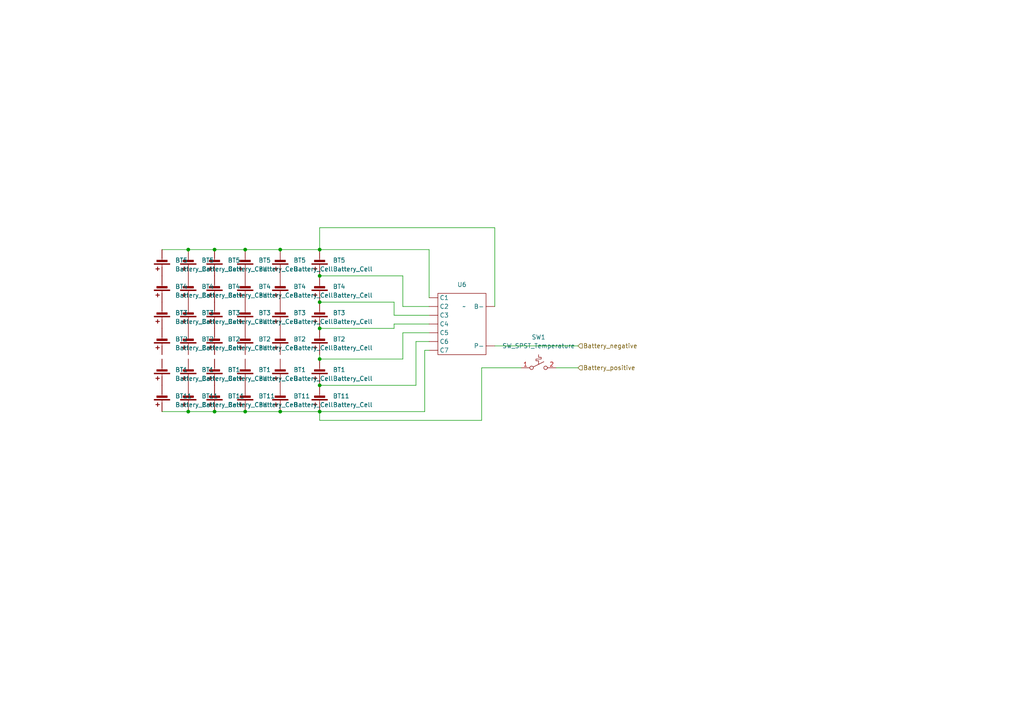
<source format=kicad_sch>
(kicad_sch (version 20230121) (generator eeschema)
  (paper "A4")
  (lib_symbols
    (symbol "BMS_5S_1"
      (property "Reference" "U5" (at -3.175 8.89 0))
      (property "Value" "~" (at -2.54 2.54 0))
      (symbol "BMS_5S_1_0_1"
        (rectangle (start -10.16 6.35) (end 3.81 -11.43))
      )
      (symbol "BMS_5S_1_1_1"
        (pin output line (at 6.35 2.54 180) (length 2.54) (name "B-") (number ""))
        (pin input line (at -12.7 5.08 0) (length 2.54) (name "C1") (number ""))
        (pin input line (at -12.7 2.54 0) (length 2.54) (name "C2") (number ""))
        (pin input line (at -12.7 0 0) (length 2.54) (name "C3") (number ""))
        (pin input line (at -12.7 -2.54 0) (length 2.54) (name "C4") (number ""))
        (pin input line (at -12.7 -5.08 0) (length 2.54) (name "C5") (number ""))
        (pin input line (at -12.7 -7.62 0) (length 2.54) (name "C6") (number ""))
        (pin input line (at -12.7 -10.16 0) (length 2.54) (name "C7") (number ""))
        (pin output line (at 6.35 -8.89 180) (length 2.54) (name "P-") (number ""))
      )
    )
    (symbol "Device:Battery_Cell" (pin_numbers hide) (pin_names (offset 0) hide)
      (property "Reference" "BT" (at 2.54 2.54 0))
      (property "Value" "Battery_Cell" (at 2.54 0 0))
      (symbol "Battery_Cell_0_1"
        (rectangle (start -2.286 1.778) (end 2.286 1.524) (fill (type outline)))
        (rectangle (start -1.524 1.016) (end 1.524 0.508) (fill (type outline)))
        (polyline (pts (xy 0 0.762) (xy 0 0)))
        (polyline (pts (xy 0 1.778) (xy 0 2.54)))
        (polyline (pts (xy 0.762 3.048) (xy 1.778 3.048)) (stroke (width 0.254)))
        (polyline (pts (xy 1.27 3.556) (xy 1.27 2.54)) (stroke (width 0.254)))
      )
      (symbol "Battery_Cell_1_1"
        (pin passive line (at 0 5.08 270) (length 2.54) (name "+") (number "1"))
        (pin passive line (at 0 -2.54 90) (length 2.54) (name "-") (number "2"))
      )
    )
    (symbol "Switch:SW_SPST_Temperature" (pin_names (offset 0) hide)
      (property "Reference" "SW" (at 1.778 3.048 0))
      (property "Value" "SW_SPST_Temperature" (at 0 -2.54 0))
      (symbol "SW_SPST_Temperature_0_0"
        (circle (center -2.032 0) (radius 0.508))
        (polyline (pts (xy -1.524 0.254) (xy 1.524 1.778)))
        (polyline (pts (xy 0 1.016) (xy 0 2.032) (xy -0.762 2.032) (xy -0.762 2.54) (xy 0.762 2.54) (xy 0.762 3.048) (xy 0 3.048) (xy 0 3.81)))
        (circle (center 2.032 0) (radius 0.508))
      )
      (symbol "SW_SPST_Temperature_1_1"
        (pin passive line (at -5.08 0 0) (length 2.54) (name "A") (number "1"))
        (pin passive line (at 5.08 0 180) (length 2.54) (name "B") (number "2"))
      )
    )
  )
  (junction (at 54.61 72.39))
  (junction (at 92.71 95.25))
  (junction (at 81.28 72.39))
  (junction (at 54.61 119.38))
  (junction (at 92.71 119.38))
  (junction (at 62.23 119.38))
  (junction (at 92.71 111.76))
  (junction (at 92.71 72.39))
  (junction (at 92.71 104.14))
  (junction (at 92.71 80.01))
  (junction (at 81.28 119.38))
  (junction (at 92.71 87.63))
  (junction (at 71.12 72.39))
  (junction (at 71.12 119.38))
  (junction (at 62.23 72.39))
  (wire (pts (xy 120.65 99.06) (xy 124.46 99.06)))
  (wire (pts (xy 123.19 119.38) (xy 123.19 101.6)))
  (wire (pts (xy 92.71 121.92) (xy 139.7 121.92)))
  (wire (pts (xy 114.3 95.25) (xy 92.71 95.25)))
  (wire (pts (xy 92.71 72.39) (xy 124.46 72.39)))
  (wire (pts (xy 123.19 101.6) (xy 124.46 101.6)))
  (wire (pts (xy 92.71 119.38) (xy 92.71 121.92)))
  (wire (pts (xy 92.71 104.14) (xy 92.71 102.87)))
  (wire (pts (xy 46.99 72.39) (xy 54.61 72.39)))
  (wire (pts (xy 71.12 119.38) (xy 81.28 119.38)))
  (wire (pts (xy 114.3 93.98) (xy 124.46 93.98)))
  (wire (pts (xy 92.71 104.14) (xy 116.84 104.14)))
  (wire (pts (xy 124.46 72.39) (xy 124.46 86.36)))
  (wire (pts (xy 114.3 87.63) (xy 114.3 91.44)))
  (wire (pts (xy 54.61 119.38) (xy 62.23 119.38)))
  (wire (pts (xy 114.3 91.44) (xy 124.46 91.44)))
  (wire (pts (xy 92.71 87.63) (xy 114.3 87.63)))
  (wire (pts (xy 81.28 72.39) (xy 92.71 72.39)))
  (wire (pts (xy 116.84 104.14) (xy 116.84 96.52)))
  (wire (pts (xy 92.71 119.38) (xy 123.19 119.38)))
  (wire (pts (xy 143.51 66.04) (xy 92.71 66.04)))
  (wire (pts (xy 62.23 119.38) (xy 71.12 119.38)))
  (wire (pts (xy 167.64 100.33) (xy 143.51 100.33)))
  (wire (pts (xy 92.71 111.76) (xy 120.65 111.76)))
  (wire (pts (xy 139.7 106.68) (xy 151.13 106.68)))
  (wire (pts (xy 161.29 106.68) (xy 167.64 106.68)))
  (wire (pts (xy 71.12 72.39) (xy 81.28 72.39)))
  (wire (pts (xy 92.71 80.01) (xy 116.84 80.01)))
  (wire (pts (xy 120.65 111.76) (xy 120.65 99.06)))
  (wire (pts (xy 62.23 72.39) (xy 71.12 72.39)))
  (wire (pts (xy 46.99 119.38) (xy 54.61 119.38)))
  (wire (pts (xy 92.71 66.04) (xy 92.71 72.39)))
  (wire (pts (xy 116.84 88.9) (xy 116.84 80.01)))
  (wire (pts (xy 116.84 88.9) (xy 124.46 88.9)))
  (wire (pts (xy 81.28 119.38) (xy 92.71 119.38)))
  (wire (pts (xy 139.7 121.92) (xy 139.7 106.68)))
  (wire (pts (xy 143.51 88.9) (xy 143.51 66.04)))
  (wire (pts (xy 116.84 96.52) (xy 124.46 96.52)))
  (wire (pts (xy 114.3 95.25) (xy 114.3 93.98)))
  (wire (pts (xy 54.61 72.39) (xy 62.23 72.39)))
  (hierarchical_label "Battery_positive" (shape input) (at 167.64 106.68 0))
  (hierarchical_label "Battery_negative" (shape input) (at 167.64 100.33 0))
  (symbol (lib_id "Device:Battery_Cell") (at 62.23 82.55 180) (unit 1)
    (property "Reference" "BT4" (at 66.04 83.1215 0) (effects (justify right)))
    (property "Value" "Battery_Cell" (at 66.04 85.6615 0) (effects (justify right)))
    (instances (project "aft2" (path "" (reference "BT4") (unit 1))) (project "MRS_Strathvoyager_2" (path "" (reference "BT4") (unit 1)) (path "" (reference "BT7") (unit 1))) (project "Onebox_solution" (path "" (reference "BT20") (unit 1))))
  )
  (symbol (lib_id "Device:Battery_Cell") (at 54.61 114.3 180) (unit 1)
    (property "Reference" "BT11" (at 58.42 114.8715 0) (effects (justify right)))
    (property "Value" "Battery_Cell" (at 58.42 117.4115 0) (effects (justify right)))
    (instances (project "aft2" (path "" (reference "BT11") (unit 1))) (project "MRS_Strathvoyager_2" (path "" (reference "BT11") (unit 1)) (path "" (reference "BT10") (unit 1))) (project "Onebox_solution" (path "" (reference "BT30") (unit 1))))
  )
  (symbol (lib_id "Device:Battery_Cell") (at 62.23 114.3 180) (unit 1)
    (property "Reference" "BT11" (at 66.04 114.8715 0) (effects (justify right)))
    (property "Value" "Battery_Cell" (at 66.04 117.4115 0) (effects (justify right)))
    (instances (project "aft2" (path "" (reference "BT11") (unit 1))) (project "MRS_Strathvoyager_2" (path "" (reference "BT11") (unit 1)) (path "" (reference "BT10") (unit 1))) (project "Onebox_solution" (path "" (reference "BT24") (unit 1))))
  )
  (symbol (lib_id "Device:Battery_Cell") (at 92.71 90.17 180) (unit 1)
    (property "Reference" "BT3" (at 96.52 90.7415 0) (effects (justify right)))
    (property "Value" "Battery_Cell" (at 96.52 93.2815 0) (effects (justify right)))
    (instances (project "aft2" (path "" (reference "BT3") (unit 1))) (project "MRS_Strathvoyager_2" (path "" (reference "BT3") (unit 1)) (path "" (reference "BT8") (unit 1))) (project "Onebox_solution" (path "" (reference "BT3") (unit 1))))
  )
  (symbol (lib_id "Device:Battery_Cell") (at 92.71 74.93 180) (unit 1)
    (property "Reference" "BT5" (at 96.52 75.5015 0) (effects (justify right)))
    (property "Value" "Battery_Cell" (at 96.52 78.0415 0) (effects (justify right)))
    (instances (project "aft2" (path "" (reference "BT5") (unit 1))) (project "MRS_Strathvoyager_2" (path "" (reference "BT5") (unit 1)) (path "" (reference "BT6") (unit 1))) (project "Onebox_solution" (path "" (reference "BT1") (unit 1))))
  )
  (symbol (lib_id "Device:Battery_Cell") (at 54.61 97.79 180) (unit 1)
    (property "Reference" "BT2" (at 58.42 98.3615 0) (effects (justify right)))
    (property "Value" "Battery_Cell" (at 58.42 100.9015 0) (effects (justify right)))
    (instances (project "aft2" (path "" (reference "BT2") (unit 1))) (project "MRS_Strathvoyager_2" (path "" (reference "BT2") (unit 1)) (path "" (reference "BT9") (unit 1))) (project "Onebox_solution" (path "" (reference "BT28") (unit 1))))
  )
  (symbol (lib_id "Device:Battery_Cell") (at 46.99 82.55 180) (unit 1)
    (property "Reference" "BT4" (at 50.8 83.1215 0) (effects (justify right)))
    (property "Value" "Battery_Cell" (at 50.8 85.6615 0) (effects (justify right)))
    (instances (project "aft2" (path "" (reference "BT4") (unit 1))) (project "MRS_Strathvoyager_2" (path "" (reference "BT4") (unit 1)) (path "" (reference "BT7") (unit 1))) (project "Onebox_solution" (path "" (reference "BT32") (unit 1))))
  )
  (symbol (lib_name "BMS_5S_1") (lib_id "MRS:BMS_5S") (at 137.16 91.44 0) (unit 1)
    (property "Reference" "U6" (at 133.985 82.55 0))
    (property "Value" "~" (at 134.62 88.9 0))
    (instances (project "aft2" (path "" (reference "U6") (unit 1))) (project "MRS_Strathvoyager_2" (path "" (reference "U6") (unit 1)) (path "" (reference "U2") (unit 1))) (project "Onebox_solution" (path "" (reference "U5") (unit 1))))
  )
  (symbol (lib_id "Device:Battery_Cell") (at 92.71 82.55 180) (unit 1)
    (property "Reference" "BT4" (at 96.52 83.1215 0) (effects (justify right)))
    (property "Value" "Battery_Cell" (at 96.52 85.6615 0) (effects (justify right)))
    (instances (project "aft2" (path "" (reference "BT4") (unit 1))) (project "MRS_Strathvoyager_2" (path "" (reference "BT4") (unit 1)) (path "" (reference "BT7") (unit 1))) (project "Onebox_solution" (path "" (reference "BT2") (unit 1))))
  )
  (symbol (lib_id "Device:Battery_Cell") (at 54.61 74.93 180) (unit 1)
    (property "Reference" "BT5" (at 58.42 75.5015 0) (effects (justify right)))
    (property "Value" "Battery_Cell" (at 58.42 78.0415 0) (effects (justify right)))
    (instances (project "aft2" (path "" (reference "BT5") (unit 1))) (project "MRS_Strathvoyager_2" (path "" (reference "BT5") (unit 1)) (path "" (reference "BT6") (unit 1))) (project "Onebox_solution" (path "" (reference "BT25") (unit 1))))
  )
  (symbol (lib_id "Device:Battery_Cell") (at 46.99 114.3 180) (unit 1)
    (property "Reference" "BT11" (at 50.8 114.8715 0) (effects (justify right)))
    (property "Value" "Battery_Cell" (at 50.8 117.4115 0) (effects (justify right)))
    (instances (project "aft2" (path "" (reference "BT11") (unit 1))) (project "MRS_Strathvoyager_2" (path "" (reference "BT11") (unit 1)) (path "" (reference "BT10") (unit 1))) (project "Onebox_solution" (path "" (reference "BT36") (unit 1))))
  )
  (symbol (lib_id "Device:Battery_Cell") (at 92.71 97.79 180) (unit 1)
    (property "Reference" "BT2" (at 96.52 98.3615 0) (effects (justify right)))
    (property "Value" "Battery_Cell" (at 96.52 100.9015 0) (effects (justify right)))
    (instances (project "aft2" (path "" (reference "BT2") (unit 1))) (project "MRS_Strathvoyager_2" (path "" (reference "BT2") (unit 1)) (path "" (reference "BT9") (unit 1))) (project "Onebox_solution" (path "" (reference "BT4") (unit 1))))
  )
  (symbol (lib_id "Device:Battery_Cell") (at 92.71 114.3 180) (unit 1)
    (property "Reference" "BT11" (at 96.52 114.8715 0) (effects (justify right)))
    (property "Value" "Battery_Cell" (at 96.52 117.4115 0) (effects (justify right)))
    (instances (project "aft2" (path "" (reference "BT11") (unit 1))) (project "MRS_Strathvoyager_2" (path "" (reference "BT11") (unit 1)) (path "" (reference "BT10") (unit 1))) (project "Onebox_solution" (path "" (reference "BT6") (unit 1))))
  )
  (symbol (lib_id "Device:Battery_Cell") (at 54.61 106.68 180) (unit 1)
    (property "Reference" "BT1" (at 58.42 107.2515 0) (effects (justify right)))
    (property "Value" "Battery_Cell" (at 58.42 109.7915 0) (effects (justify right)))
    (instances (project "aft2" (path "" (reference "BT1") (unit 1))) (project "MRS_Strathvoyager_2" (path "" (reference "BT1") (unit 1)) (path "" (reference "BT10") (unit 1))) (project "Onebox_solution" (path "" (reference "BT29") (unit 1))))
  )
  (symbol (lib_id "Device:Battery_Cell") (at 81.28 82.55 180) (unit 1)
    (property "Reference" "BT4" (at 85.09 83.1215 0) (effects (justify right)))
    (property "Value" "Battery_Cell" (at 85.09 85.6615 0) (effects (justify right)))
    (instances (project "aft2" (path "" (reference "BT4") (unit 1))) (project "MRS_Strathvoyager_2" (path "" (reference "BT4") (unit 1)) (path "" (reference "BT7") (unit 1))) (project "Onebox_solution" (path "" (reference "BT8") (unit 1))))
  )
  (symbol (lib_id "Device:Battery_Cell") (at 71.12 82.55 180) (unit 1)
    (property "Reference" "BT4" (at 74.93 83.1215 0) (effects (justify right)))
    (property "Value" "Battery_Cell" (at 74.93 85.6615 0) (effects (justify right)))
    (instances (project "aft2" (path "" (reference "BT4") (unit 1))) (project "MRS_Strathvoyager_2" (path "" (reference "BT4") (unit 1)) (path "" (reference "BT7") (unit 1))) (project "Onebox_solution" (path "" (reference "BT14") (unit 1))))
  )
  (symbol (lib_id "Device:Battery_Cell") (at 62.23 106.68 180) (unit 1)
    (property "Reference" "BT1" (at 66.04 107.2515 0) (effects (justify right)))
    (property "Value" "Battery_Cell" (at 66.04 109.7915 0) (effects (justify right)))
    (instances (project "aft2" (path "" (reference "BT1") (unit 1))) (project "MRS_Strathvoyager_2" (path "" (reference "BT1") (unit 1)) (path "" (reference "BT10") (unit 1))) (project "Onebox_solution" (path "" (reference "BT23") (unit 1))))
  )
  (symbol (lib_id "Device:Battery_Cell") (at 46.99 90.17 180) (unit 1)
    (property "Reference" "BT3" (at 50.8 90.7415 0) (effects (justify right)))
    (property "Value" "Battery_Cell" (at 50.8 93.2815 0) (effects (justify right)))
    (instances (project "aft2" (path "" (reference "BT3") (unit 1))) (project "MRS_Strathvoyager_2" (path "" (reference "BT3") (unit 1)) (path "" (reference "BT8") (unit 1))) (project "Onebox_solution" (path "" (reference "BT33") (unit 1))))
  )
  (symbol (lib_id "Device:Battery_Cell") (at 71.12 114.3 180) (unit 1)
    (property "Reference" "BT11" (at 74.93 114.8715 0) (effects (justify right)))
    (property "Value" "Battery_Cell" (at 74.93 117.4115 0) (effects (justify right)))
    (instances (project "aft2" (path "" (reference "BT11") (unit 1))) (project "MRS_Strathvoyager_2" (path "" (reference "BT11") (unit 1)) (path "" (reference "BT10") (unit 1))) (project "Onebox_solution" (path "" (reference "BT18") (unit 1))))
  )
  (symbol (lib_id "Device:Battery_Cell") (at 81.28 74.93 180) (unit 1)
    (property "Reference" "BT5" (at 85.09 75.5015 0) (effects (justify right)))
    (property "Value" "Battery_Cell" (at 85.09 78.0415 0) (effects (justify right)))
    (instances (project "aft2" (path "" (reference "BT5") (unit 1))) (project "MRS_Strathvoyager_2" (path "" (reference "BT5") (unit 1)) (path "" (reference "BT6") (unit 1))) (project "Onebox_solution" (path "" (reference "BT7") (unit 1))))
  )
  (symbol (lib_id "Device:Battery_Cell") (at 71.12 106.68 180) (unit 1)
    (property "Reference" "BT1" (at 74.93 107.2515 0) (effects (justify right)))
    (property "Value" "Battery_Cell" (at 74.93 109.7915 0) (effects (justify right)))
    (instances (project "aft2" (path "" (reference "BT1") (unit 1))) (project "MRS_Strathvoyager_2" (path "" (reference "BT1") (unit 1)) (path "" (reference "BT10") (unit 1))) (project "Onebox_solution" (path "" (reference "BT17") (unit 1))))
  )
  (symbol (lib_id "Device:Battery_Cell") (at 62.23 74.93 180) (unit 1)
    (property "Reference" "BT5" (at 66.04 75.5015 0) (effects (justify right)))
    (property "Value" "Battery_Cell" (at 66.04 78.0415 0) (effects (justify right)))
    (instances (project "aft2" (path "" (reference "BT5") (unit 1))) (project "MRS_Strathvoyager_2" (path "" (reference "BT5") (unit 1)) (path "" (reference "BT6") (unit 1))) (project "Onebox_solution" (path "" (reference "BT19") (unit 1))))
  )
  (symbol (lib_id "Device:Battery_Cell") (at 62.23 97.79 180) (unit 1)
    (property "Reference" "BT2" (at 66.04 98.3615 0) (effects (justify right)))
    (property "Value" "Battery_Cell" (at 66.04 100.9015 0) (effects (justify right)))
    (instances (project "aft2" (path "" (reference "BT2") (unit 1))) (project "MRS_Strathvoyager_2" (path "" (reference "BT2") (unit 1)) (path "" (reference "BT9") (unit 1))) (project "Onebox_solution" (path "" (reference "BT22") (unit 1))))
  )
  (symbol (lib_id "Device:Battery_Cell") (at 81.28 90.17 180) (unit 1)
    (property "Reference" "BT3" (at 85.09 90.7415 0) (effects (justify right)))
    (property "Value" "Battery_Cell" (at 85.09 93.2815 0) (effects (justify right)))
    (instances (project "aft2" (path "" (reference "BT3") (unit 1))) (project "MRS_Strathvoyager_2" (path "" (reference "BT3") (unit 1)) (path "" (reference "BT8") (unit 1))) (project "Onebox_solution" (path "" (reference "BT9") (unit 1))))
  )
  (symbol (lib_id "Device:Battery_Cell") (at 54.61 90.17 180) (unit 1)
    (property "Reference" "BT3" (at 58.42 90.7415 0) (effects (justify right)))
    (property "Value" "Battery_Cell" (at 58.42 93.2815 0) (effects (justify right)))
    (instances (project "aft2" (path "" (reference "BT3") (unit 1))) (project "MRS_Strathvoyager_2" (path "" (reference "BT3") (unit 1)) (path "" (reference "BT8") (unit 1))) (project "Onebox_solution" (path "" (reference "BT27") (unit 1))))
  )
  (symbol (lib_id "Device:Battery_Cell") (at 62.23 90.17 180) (unit 1)
    (property "Reference" "BT3" (at 66.04 90.7415 0) (effects (justify right)))
    (property "Value" "Battery_Cell" (at 66.04 93.2815 0) (effects (justify right)))
    (instances (project "aft2" (path "" (reference "BT3") (unit 1))) (project "MRS_Strathvoyager_2" (path "" (reference "BT3") (unit 1)) (path "" (reference "BT8") (unit 1))) (project "Onebox_solution" (path "" (reference "BT21") (unit 1))))
  )
  (symbol (lib_id "Device:Battery_Cell") (at 71.12 90.17 180) (unit 1)
    (property "Reference" "BT3" (at 74.93 90.7415 0) (effects (justify right)))
    (property "Value" "Battery_Cell" (at 74.93 93.2815 0) (effects (justify right)))
    (instances (project "aft2" (path "" (reference "BT3") (unit 1))) (project "MRS_Strathvoyager_2" (path "" (reference "BT3") (unit 1)) (path "" (reference "BT8") (unit 1))) (project "Onebox_solution" (path "" (reference "BT15") (unit 1))))
  )
  (symbol (lib_id "Device:Battery_Cell") (at 54.61 82.55 180) (unit 1)
    (property "Reference" "BT4" (at 58.42 83.1215 0) (effects (justify right)))
    (property "Value" "Battery_Cell" (at 58.42 85.6615 0) (effects (justify right)))
    (instances (project "aft2" (path "" (reference "BT4") (unit 1))) (project "MRS_Strathvoyager_2" (path "" (reference "BT4") (unit 1)) (path "" (reference "BT7") (unit 1))) (project "Onebox_solution" (path "" (reference "BT26") (unit 1))))
  )
  (symbol (lib_id "Device:Battery_Cell") (at 81.28 106.68 180) (unit 1)
    (property "Reference" "BT1" (at 85.09 107.2515 0) (effects (justify right)))
    (property "Value" "Battery_Cell" (at 85.09 109.7915 0) (effects (justify right)))
    (instances (project "aft2" (path "" (reference "BT1") (unit 1))) (project "MRS_Strathvoyager_2" (path "" (reference "BT1") (unit 1)) (path "" (reference "BT10") (unit 1))) (project "Onebox_solution" (path "" (reference "BT11") (unit 1))))
  )
  (symbol (lib_id "Device:Battery_Cell") (at 46.99 106.68 180) (unit 1)
    (property "Reference" "BT1" (at 50.8 107.2515 0) (effects (justify right)))
    (property "Value" "Battery_Cell" (at 50.8 109.7915 0) (effects (justify right)))
    (instances (project "aft2" (path "" (reference "BT1") (unit 1))) (project "MRS_Strathvoyager_2" (path "" (reference "BT1") (unit 1)) (path "" (reference "BT10") (unit 1))) (project "Onebox_solution" (path "" (reference "BT35") (unit 1))))
  )
  (symbol (lib_id "Device:Battery_Cell") (at 71.12 97.79 180) (unit 1)
    (property "Reference" "BT2" (at 74.93 98.3615 0) (effects (justify right)))
    (property "Value" "Battery_Cell" (at 74.93 100.9015 0) (effects (justify right)))
    (instances (project "aft2" (path "" (reference "BT2") (unit 1))) (project "MRS_Strathvoyager_2" (path "" (reference "BT2") (unit 1)) (path "" (reference "BT9") (unit 1))) (project "Onebox_solution" (path "" (reference "BT16") (unit 1))))
  )
  (symbol (lib_id "Device:Battery_Cell") (at 71.12 74.93 180) (unit 1)
    (property "Reference" "BT5" (at 74.93 75.5015 0) (effects (justify right)))
    (property "Value" "Battery_Cell" (at 74.93 78.0415 0) (effects (justify right)))
    (instances (project "aft2" (path "" (reference "BT5") (unit 1))) (project "MRS_Strathvoyager_2" (path "" (reference "BT5") (unit 1)) (path "" (reference "BT6") (unit 1))) (project "Onebox_solution" (path "" (reference "BT13") (unit 1))))
  )
  (symbol (lib_id "Device:Battery_Cell") (at 46.99 74.93 180) (unit 1)
    (property "Reference" "BT5" (at 50.8 75.5015 0) (effects (justify right)))
    (property "Value" "Battery_Cell" (at 50.8 78.0415 0) (effects (justify right)))
    (instances (project "aft2" (path "" (reference "BT5") (unit 1))) (project "MRS_Strathvoyager_2" (path "" (reference "BT5") (unit 1)) (path "" (reference "BT6") (unit 1))) (project "Onebox_solution" (path "" (reference "BT31") (unit 1))))
  )
  (symbol (lib_id "Switch:SW_SPST_Temperature") (at 156.21 106.68 0) (unit 1)
    (property "Reference" "SW1" (at 156.21 97.79 0))
    (property "Value" "SW_SPST_Temperature" (at 156.21 100.33 0))
  )
  (symbol (lib_id "Device:Battery_Cell") (at 81.28 114.3 180) (unit 1)
    (property "Reference" "BT11" (at 85.09 114.8715 0) (effects (justify right)))
    (property "Value" "Battery_Cell" (at 85.09 117.4115 0) (effects (justify right)))
    (instances (project "aft2" (path "" (reference "BT11") (unit 1))) (project "MRS_Strathvoyager_2" (path "" (reference "BT11") (unit 1)) (path "" (reference "BT10") (unit 1))) (project "Onebox_solution" (path "" (reference "BT12") (unit 1))))
  )
  (symbol (lib_id "Device:Battery_Cell") (at 92.71 106.68 180) (unit 1)
    (property "Reference" "BT1" (at 96.52 107.2515 0) (effects (justify right)))
    (property "Value" "Battery_Cell" (at 96.52 109.7915 0) (effects (justify right)))
    (instances (project "aft2" (path "" (reference "BT1") (unit 1))) (project "MRS_Strathvoyager_2" (path "" (reference "BT1") (unit 1)) (path "" (reference "BT10") (unit 1))) (project "Onebox_solution" (path "" (reference "BT5") (unit 1))))
  )
  (symbol (lib_id "Device:Battery_Cell") (at 46.99 97.79 180) (unit 1)
    (property "Reference" "BT2" (at 50.8 98.3615 0) (effects (justify right)))
    (property "Value" "Battery_Cell" (at 50.8 100.9015 0) (effects (justify right)))
    (instances (project "aft2" (path "" (reference "BT2") (unit 1))) (project "MRS_Strathvoyager_2" (path "" (reference "BT2") (unit 1)) (path "" (reference "BT9") (unit 1))) (project "Onebox_solution" (path "" (reference "BT34") (unit 1))))
  )
  (symbol (lib_id "Device:Battery_Cell") (at 81.28 97.79 180) (unit 1)
    (property "Reference" "BT2" (at 85.09 98.3615 0) (effects (justify right)))
    (property "Value" "Battery_Cell" (at 85.09 100.9015 0) (effects (justify right)))
    (instances (project "aft2" (path "" (reference "BT2") (unit 1))) (project "MRS_Strathvoyager_2" (path "" (reference "BT2") (unit 1)) (path "" (reference "BT9") (unit 1))) (project "Onebox_solution" (path "" (reference "BT10") (unit 1))))
  )
)
</source>
